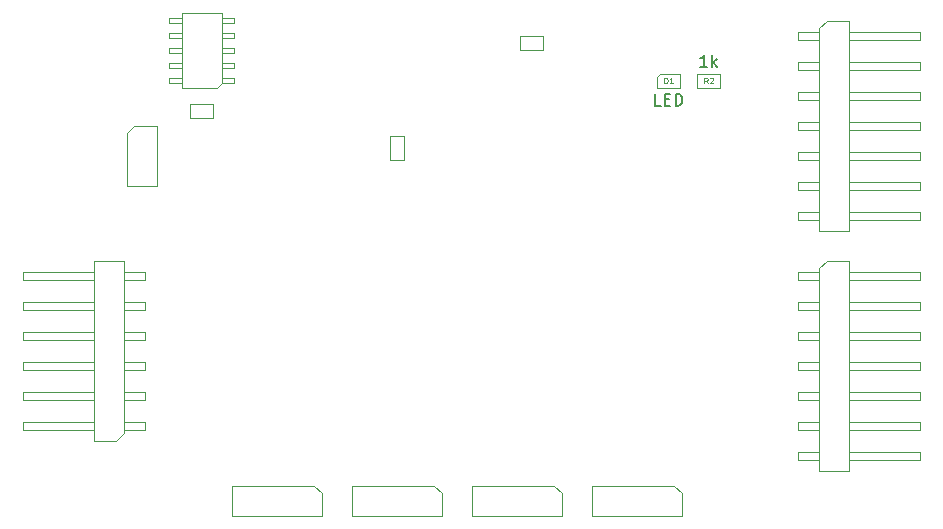
<source format=gbr>
G04 #@! TF.GenerationSoftware,KiCad,Pcbnew,5.1.7-a382d34a8~88~ubuntu20.04.1*
G04 #@! TF.CreationDate,2021-06-06T15:27:41-07:00*
G04 #@! TF.ProjectId,ft4232h-breakout,66743432-3332-4682-9d62-7265616b6f75,Jun2021b*
G04 #@! TF.SameCoordinates,Original*
G04 #@! TF.FileFunction,Other,Fab,Top*
%FSLAX46Y46*%
G04 Gerber Fmt 4.6, Leading zero omitted, Abs format (unit mm)*
G04 Created by KiCad (PCBNEW 5.1.7-a382d34a8~88~ubuntu20.04.1) date 2021-06-06 15:27:41*
%MOMM*%
%LPD*%
G01*
G04 APERTURE LIST*
%ADD10C,0.100000*%
%ADD11C,0.150000*%
%ADD12C,0.080000*%
G04 APERTURE END LIST*
D10*
G04 #@! TO.C,R2*
X121396000Y-88300000D02*
X121396000Y-89500000D01*
X121396000Y-89500000D02*
X119396000Y-89500000D01*
X119396000Y-89500000D02*
X119396000Y-88300000D01*
X119396000Y-88300000D02*
X121396000Y-88300000D01*
G04 #@! TO.C,D1*
X118000000Y-88300000D02*
X116300000Y-88300000D01*
X116300000Y-88300000D02*
X116000000Y-88600000D01*
X116000000Y-88600000D02*
X116000000Y-89500000D01*
X116000000Y-89500000D02*
X118000000Y-89500000D01*
X118000000Y-89500000D02*
X118000000Y-88300000D01*
G04 #@! TO.C,R1*
X94580000Y-95615000D02*
X93380000Y-95615000D01*
X93380000Y-95615000D02*
X93380000Y-93615000D01*
X93380000Y-93615000D02*
X94580000Y-93615000D01*
X94580000Y-93615000D02*
X94580000Y-95615000D01*
G04 #@! TO.C,J9*
X71120000Y-93345000D02*
X71755000Y-92710000D01*
X71120000Y-97790000D02*
X71120000Y-93345000D01*
X73660000Y-97790000D02*
X71120000Y-97790000D01*
X73660000Y-92710000D02*
X73660000Y-97790000D01*
X71755000Y-92710000D02*
X73660000Y-92710000D01*
G04 #@! TO.C,J5*
X74720000Y-83620000D02*
X75765000Y-83620000D01*
X74720000Y-84020000D02*
X74720000Y-83620000D01*
X75765000Y-84020000D02*
X74720000Y-84020000D01*
X80220000Y-83620000D02*
X79175000Y-83620000D01*
X80220000Y-84020000D02*
X80220000Y-83620000D01*
X79175000Y-84020000D02*
X80220000Y-84020000D01*
X74720000Y-84890000D02*
X75765000Y-84890000D01*
X74720000Y-85290000D02*
X74720000Y-84890000D01*
X75765000Y-85290000D02*
X74720000Y-85290000D01*
X80220000Y-84890000D02*
X79175000Y-84890000D01*
X80220000Y-85290000D02*
X80220000Y-84890000D01*
X79175000Y-85290000D02*
X80220000Y-85290000D01*
X74720000Y-86160000D02*
X75765000Y-86160000D01*
X74720000Y-86560000D02*
X74720000Y-86160000D01*
X75765000Y-86560000D02*
X74720000Y-86560000D01*
X80220000Y-86160000D02*
X79175000Y-86160000D01*
X80220000Y-86560000D02*
X80220000Y-86160000D01*
X79175000Y-86560000D02*
X80220000Y-86560000D01*
X74720000Y-87430000D02*
X75765000Y-87430000D01*
X74720000Y-87830000D02*
X74720000Y-87430000D01*
X75765000Y-87830000D02*
X74720000Y-87830000D01*
X80220000Y-87430000D02*
X79175000Y-87430000D01*
X80220000Y-87830000D02*
X80220000Y-87430000D01*
X79175000Y-87830000D02*
X80220000Y-87830000D01*
X74720000Y-88700000D02*
X75765000Y-88700000D01*
X74720000Y-89100000D02*
X74720000Y-88700000D01*
X75765000Y-89100000D02*
X74720000Y-89100000D01*
X80220000Y-88700000D02*
X79175000Y-88700000D01*
X80220000Y-89100000D02*
X80220000Y-88700000D01*
X79175000Y-89100000D02*
X80220000Y-89100000D01*
X75765000Y-89535000D02*
X75765000Y-83185000D01*
X79175000Y-89100000D02*
X78740000Y-89535000D01*
X79175000Y-83185000D02*
X79175000Y-89100000D01*
X78740000Y-89535000D02*
X75765000Y-89535000D01*
X75765000Y-83185000D02*
X79175000Y-83185000D01*
G04 #@! TO.C,J8*
X70255000Y-119380000D02*
X68350000Y-119380000D01*
X68350000Y-119380000D02*
X68350000Y-104140000D01*
X68350000Y-104140000D02*
X70890000Y-104140000D01*
X70890000Y-104140000D02*
X70890000Y-118745000D01*
X70890000Y-118745000D02*
X70255000Y-119380000D01*
X72710000Y-118430000D02*
X70890000Y-118430000D01*
X72710000Y-118430000D02*
X72710000Y-117790000D01*
X72710000Y-117790000D02*
X70890000Y-117790000D01*
X68350000Y-118430000D02*
X62350000Y-118430000D01*
X62350000Y-118430000D02*
X62350000Y-117790000D01*
X68350000Y-117790000D02*
X62350000Y-117790000D01*
X72710000Y-115890000D02*
X70890000Y-115890000D01*
X72710000Y-115890000D02*
X72710000Y-115250000D01*
X72710000Y-115250000D02*
X70890000Y-115250000D01*
X68350000Y-115890000D02*
X62350000Y-115890000D01*
X62350000Y-115890000D02*
X62350000Y-115250000D01*
X68350000Y-115250000D02*
X62350000Y-115250000D01*
X72710000Y-113350000D02*
X70890000Y-113350000D01*
X72710000Y-113350000D02*
X72710000Y-112710000D01*
X72710000Y-112710000D02*
X70890000Y-112710000D01*
X68350000Y-113350000D02*
X62350000Y-113350000D01*
X62350000Y-113350000D02*
X62350000Y-112710000D01*
X68350000Y-112710000D02*
X62350000Y-112710000D01*
X72710000Y-110810000D02*
X70890000Y-110810000D01*
X72710000Y-110810000D02*
X72710000Y-110170000D01*
X72710000Y-110170000D02*
X70890000Y-110170000D01*
X68350000Y-110810000D02*
X62350000Y-110810000D01*
X62350000Y-110810000D02*
X62350000Y-110170000D01*
X68350000Y-110170000D02*
X62350000Y-110170000D01*
X72710000Y-108270000D02*
X70890000Y-108270000D01*
X72710000Y-108270000D02*
X72710000Y-107630000D01*
X72710000Y-107630000D02*
X70890000Y-107630000D01*
X68350000Y-108270000D02*
X62350000Y-108270000D01*
X62350000Y-108270000D02*
X62350000Y-107630000D01*
X68350000Y-107630000D02*
X62350000Y-107630000D01*
X72710000Y-105730000D02*
X70890000Y-105730000D01*
X72710000Y-105730000D02*
X72710000Y-105090000D01*
X72710000Y-105090000D02*
X70890000Y-105090000D01*
X68350000Y-105730000D02*
X62350000Y-105730000D01*
X62350000Y-105730000D02*
X62350000Y-105090000D01*
X68350000Y-105090000D02*
X62350000Y-105090000D01*
G04 #@! TO.C,J7*
X132310000Y-120970000D02*
X138310000Y-120970000D01*
X138310000Y-120330000D02*
X138310000Y-120970000D01*
X132310000Y-120330000D02*
X138310000Y-120330000D01*
X127950000Y-120970000D02*
X129770000Y-120970000D01*
X127950000Y-120330000D02*
X127950000Y-120970000D01*
X127950000Y-120330000D02*
X129770000Y-120330000D01*
X132310000Y-118430000D02*
X138310000Y-118430000D01*
X138310000Y-117790000D02*
X138310000Y-118430000D01*
X132310000Y-117790000D02*
X138310000Y-117790000D01*
X127950000Y-118430000D02*
X129770000Y-118430000D01*
X127950000Y-117790000D02*
X127950000Y-118430000D01*
X127950000Y-117790000D02*
X129770000Y-117790000D01*
X132310000Y-115890000D02*
X138310000Y-115890000D01*
X138310000Y-115250000D02*
X138310000Y-115890000D01*
X132310000Y-115250000D02*
X138310000Y-115250000D01*
X127950000Y-115890000D02*
X129770000Y-115890000D01*
X127950000Y-115250000D02*
X127950000Y-115890000D01*
X127950000Y-115250000D02*
X129770000Y-115250000D01*
X132310000Y-113350000D02*
X138310000Y-113350000D01*
X138310000Y-112710000D02*
X138310000Y-113350000D01*
X132310000Y-112710000D02*
X138310000Y-112710000D01*
X127950000Y-113350000D02*
X129770000Y-113350000D01*
X127950000Y-112710000D02*
X127950000Y-113350000D01*
X127950000Y-112710000D02*
X129770000Y-112710000D01*
X132310000Y-110810000D02*
X138310000Y-110810000D01*
X138310000Y-110170000D02*
X138310000Y-110810000D01*
X132310000Y-110170000D02*
X138310000Y-110170000D01*
X127950000Y-110810000D02*
X129770000Y-110810000D01*
X127950000Y-110170000D02*
X127950000Y-110810000D01*
X127950000Y-110170000D02*
X129770000Y-110170000D01*
X132310000Y-108270000D02*
X138310000Y-108270000D01*
X138310000Y-107630000D02*
X138310000Y-108270000D01*
X132310000Y-107630000D02*
X138310000Y-107630000D01*
X127950000Y-108270000D02*
X129770000Y-108270000D01*
X127950000Y-107630000D02*
X127950000Y-108270000D01*
X127950000Y-107630000D02*
X129770000Y-107630000D01*
X132310000Y-105730000D02*
X138310000Y-105730000D01*
X138310000Y-105090000D02*
X138310000Y-105730000D01*
X132310000Y-105090000D02*
X138310000Y-105090000D01*
X127950000Y-105730000D02*
X129770000Y-105730000D01*
X127950000Y-105090000D02*
X127950000Y-105730000D01*
X127950000Y-105090000D02*
X129770000Y-105090000D01*
X129770000Y-104775000D02*
X130405000Y-104140000D01*
X129770000Y-121920000D02*
X129770000Y-104775000D01*
X132310000Y-121920000D02*
X129770000Y-121920000D01*
X132310000Y-104140000D02*
X132310000Y-121920000D01*
X130405000Y-104140000D02*
X132310000Y-104140000D01*
G04 #@! TO.C,J6*
X132310000Y-100650000D02*
X138310000Y-100650000D01*
X138310000Y-100010000D02*
X138310000Y-100650000D01*
X132310000Y-100010000D02*
X138310000Y-100010000D01*
X127950000Y-100650000D02*
X129770000Y-100650000D01*
X127950000Y-100010000D02*
X127950000Y-100650000D01*
X127950000Y-100010000D02*
X129770000Y-100010000D01*
X132310000Y-98110000D02*
X138310000Y-98110000D01*
X138310000Y-97470000D02*
X138310000Y-98110000D01*
X132310000Y-97470000D02*
X138310000Y-97470000D01*
X127950000Y-98110000D02*
X129770000Y-98110000D01*
X127950000Y-97470000D02*
X127950000Y-98110000D01*
X127950000Y-97470000D02*
X129770000Y-97470000D01*
X132310000Y-95570000D02*
X138310000Y-95570000D01*
X138310000Y-94930000D02*
X138310000Y-95570000D01*
X132310000Y-94930000D02*
X138310000Y-94930000D01*
X127950000Y-95570000D02*
X129770000Y-95570000D01*
X127950000Y-94930000D02*
X127950000Y-95570000D01*
X127950000Y-94930000D02*
X129770000Y-94930000D01*
X132310000Y-93030000D02*
X138310000Y-93030000D01*
X138310000Y-92390000D02*
X138310000Y-93030000D01*
X132310000Y-92390000D02*
X138310000Y-92390000D01*
X127950000Y-93030000D02*
X129770000Y-93030000D01*
X127950000Y-92390000D02*
X127950000Y-93030000D01*
X127950000Y-92390000D02*
X129770000Y-92390000D01*
X132310000Y-90490000D02*
X138310000Y-90490000D01*
X138310000Y-89850000D02*
X138310000Y-90490000D01*
X132310000Y-89850000D02*
X138310000Y-89850000D01*
X127950000Y-90490000D02*
X129770000Y-90490000D01*
X127950000Y-89850000D02*
X127950000Y-90490000D01*
X127950000Y-89850000D02*
X129770000Y-89850000D01*
X132310000Y-87950000D02*
X138310000Y-87950000D01*
X138310000Y-87310000D02*
X138310000Y-87950000D01*
X132310000Y-87310000D02*
X138310000Y-87310000D01*
X127950000Y-87950000D02*
X129770000Y-87950000D01*
X127950000Y-87310000D02*
X127950000Y-87950000D01*
X127950000Y-87310000D02*
X129770000Y-87310000D01*
X132310000Y-85410000D02*
X138310000Y-85410000D01*
X138310000Y-84770000D02*
X138310000Y-85410000D01*
X132310000Y-84770000D02*
X138310000Y-84770000D01*
X127950000Y-85410000D02*
X129770000Y-85410000D01*
X127950000Y-84770000D02*
X127950000Y-85410000D01*
X127950000Y-84770000D02*
X129770000Y-84770000D01*
X129770000Y-84455000D02*
X130405000Y-83820000D01*
X129770000Y-101600000D02*
X129770000Y-84455000D01*
X132310000Y-101600000D02*
X129770000Y-101600000D01*
X132310000Y-83820000D02*
X132310000Y-101600000D01*
X130405000Y-83820000D02*
X132310000Y-83820000D01*
G04 #@! TO.C,J4*
X87630000Y-123825000D02*
X87630000Y-125730000D01*
X87630000Y-125730000D02*
X80010000Y-125730000D01*
X80010000Y-125730000D02*
X80010000Y-123190000D01*
X80010000Y-123190000D02*
X86995000Y-123190000D01*
X86995000Y-123190000D02*
X87630000Y-123825000D01*
G04 #@! TO.C,J3*
X97790000Y-123825000D02*
X97790000Y-125730000D01*
X97790000Y-125730000D02*
X90170000Y-125730000D01*
X90170000Y-125730000D02*
X90170000Y-123190000D01*
X90170000Y-123190000D02*
X97155000Y-123190000D01*
X97155000Y-123190000D02*
X97790000Y-123825000D01*
G04 #@! TO.C,J2*
X107950000Y-123825000D02*
X107950000Y-125730000D01*
X107950000Y-125730000D02*
X100330000Y-125730000D01*
X100330000Y-125730000D02*
X100330000Y-123190000D01*
X100330000Y-123190000D02*
X107315000Y-123190000D01*
X107315000Y-123190000D02*
X107950000Y-123825000D01*
G04 #@! TO.C,J1*
X118110000Y-123825000D02*
X118110000Y-125730000D01*
X118110000Y-125730000D02*
X110490000Y-125730000D01*
X110490000Y-125730000D02*
X110490000Y-123190000D01*
X110490000Y-123190000D02*
X117475000Y-123190000D01*
X117475000Y-123190000D02*
X118110000Y-123825000D01*
G04 #@! TO.C,C5*
X78470000Y-90840000D02*
X78470000Y-92040000D01*
X78470000Y-92040000D02*
X76470000Y-92040000D01*
X76470000Y-92040000D02*
X76470000Y-90840000D01*
X76470000Y-90840000D02*
X78470000Y-90840000D01*
G04 #@! TO.C,C1*
X104410000Y-86325000D02*
X104410000Y-85125000D01*
X104410000Y-85125000D02*
X106410000Y-85125000D01*
X106410000Y-85125000D02*
X106410000Y-86325000D01*
X106410000Y-86325000D02*
X104410000Y-86325000D01*
G04 #@! TD*
G04 #@! TO.C,R2*
D11*
X120276952Y-87702380D02*
X119705523Y-87702380D01*
X119991238Y-87702380D02*
X119991238Y-86702380D01*
X119896000Y-86845238D01*
X119800761Y-86940476D01*
X119705523Y-86988095D01*
X120705523Y-87702380D02*
X120705523Y-86702380D01*
X120800761Y-87321428D02*
X121086476Y-87702380D01*
X121086476Y-87035714D02*
X120705523Y-87416666D01*
D12*
X120312666Y-89126190D02*
X120146000Y-88888095D01*
X120026952Y-89126190D02*
X120026952Y-88626190D01*
X120217428Y-88626190D01*
X120265047Y-88650000D01*
X120288857Y-88673809D01*
X120312666Y-88721428D01*
X120312666Y-88792857D01*
X120288857Y-88840476D01*
X120265047Y-88864285D01*
X120217428Y-88888095D01*
X120026952Y-88888095D01*
X120503142Y-88673809D02*
X120526952Y-88650000D01*
X120574571Y-88626190D01*
X120693619Y-88626190D01*
X120741238Y-88650000D01*
X120765047Y-88673809D01*
X120788857Y-88721428D01*
X120788857Y-88769047D01*
X120765047Y-88840476D01*
X120479333Y-89126190D01*
X120788857Y-89126190D01*
G04 #@! TO.C,D1*
D11*
X116357142Y-91002380D02*
X115880952Y-91002380D01*
X115880952Y-90002380D01*
X116690476Y-90478571D02*
X117023809Y-90478571D01*
X117166666Y-91002380D02*
X116690476Y-91002380D01*
X116690476Y-90002380D01*
X117166666Y-90002380D01*
X117595238Y-91002380D02*
X117595238Y-90002380D01*
X117833333Y-90002380D01*
X117976190Y-90050000D01*
X118071428Y-90145238D01*
X118119047Y-90240476D01*
X118166666Y-90430952D01*
X118166666Y-90573809D01*
X118119047Y-90764285D01*
X118071428Y-90859523D01*
X117976190Y-90954761D01*
X117833333Y-91002380D01*
X117595238Y-91002380D01*
D12*
X116630952Y-89126190D02*
X116630952Y-88626190D01*
X116750000Y-88626190D01*
X116821428Y-88650000D01*
X116869047Y-88697619D01*
X116892857Y-88745238D01*
X116916666Y-88840476D01*
X116916666Y-88911904D01*
X116892857Y-89007142D01*
X116869047Y-89054761D01*
X116821428Y-89102380D01*
X116750000Y-89126190D01*
X116630952Y-89126190D01*
X117392857Y-89126190D02*
X117107142Y-89126190D01*
X117250000Y-89126190D02*
X117250000Y-88626190D01*
X117202380Y-88697619D01*
X117154761Y-88745238D01*
X117107142Y-88769047D01*
G04 #@! TD*
M02*

</source>
